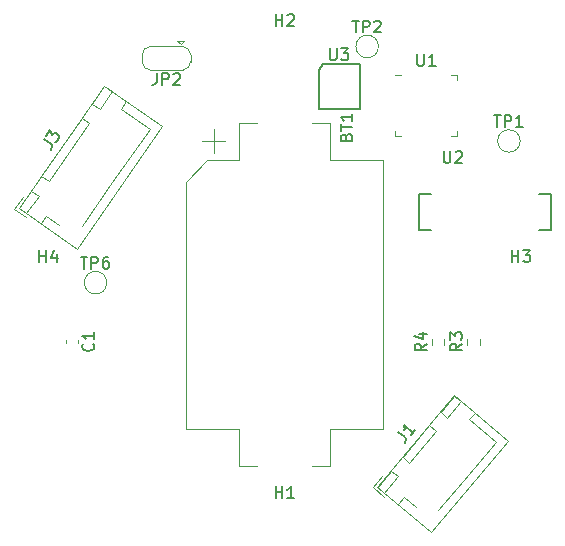
<source format=gbr>
%TF.GenerationSoftware,KiCad,Pcbnew,(6.0.4)*%
%TF.CreationDate,2022-04-19T23:51:48-04:00*%
%TF.ProjectId,Light_Sensor_schematic,4c696768-745f-4536-956e-736f725f7363,rev?*%
%TF.SameCoordinates,Original*%
%TF.FileFunction,Legend,Top*%
%TF.FilePolarity,Positive*%
%FSLAX46Y46*%
G04 Gerber Fmt 4.6, Leading zero omitted, Abs format (unit mm)*
G04 Created by KiCad (PCBNEW (6.0.4)) date 2022-04-19 23:51:48*
%MOMM*%
%LPD*%
G01*
G04 APERTURE LIST*
%ADD10C,0.150000*%
%ADD11C,0.120000*%
G04 APERTURE END LIST*
D10*
%TO.C,BT1*%
X130228571Y-91660714D02*
X130276190Y-91517857D01*
X130323809Y-91470238D01*
X130419047Y-91422619D01*
X130561904Y-91422619D01*
X130657142Y-91470238D01*
X130704761Y-91517857D01*
X130752380Y-91613095D01*
X130752380Y-91994047D01*
X129752380Y-91994047D01*
X129752380Y-91660714D01*
X129800000Y-91565476D01*
X129847619Y-91517857D01*
X129942857Y-91470238D01*
X130038095Y-91470238D01*
X130133333Y-91517857D01*
X130180952Y-91565476D01*
X130228571Y-91660714D01*
X130228571Y-91994047D01*
X129752380Y-91136904D02*
X129752380Y-90565476D01*
X130752380Y-90851190D02*
X129752380Y-90851190D01*
X130752380Y-89708333D02*
X130752380Y-90279761D01*
X130752380Y-89994047D02*
X129752380Y-89994047D01*
X129895238Y-90089285D01*
X129990476Y-90184523D01*
X130038095Y-90279761D01*
%TO.C,C1*%
X108787142Y-109166666D02*
X108834761Y-109214285D01*
X108882380Y-109357142D01*
X108882380Y-109452380D01*
X108834761Y-109595238D01*
X108739523Y-109690476D01*
X108644285Y-109738095D01*
X108453809Y-109785714D01*
X108310952Y-109785714D01*
X108120476Y-109738095D01*
X108025238Y-109690476D01*
X107930000Y-109595238D01*
X107882380Y-109452380D01*
X107882380Y-109357142D01*
X107930000Y-109214285D01*
X107977619Y-109166666D01*
X108882380Y-108214285D02*
X108882380Y-108785714D01*
X108882380Y-108500000D02*
X107882380Y-108500000D01*
X108025238Y-108595238D01*
X108120476Y-108690476D01*
X108168095Y-108785714D01*
%TO.C,H1*%
X124238095Y-122252380D02*
X124238095Y-121252380D01*
X124238095Y-121728571D02*
X124809523Y-121728571D01*
X124809523Y-122252380D02*
X124809523Y-121252380D01*
X125809523Y-122252380D02*
X125238095Y-122252380D01*
X125523809Y-122252380D02*
X125523809Y-121252380D01*
X125428571Y-121395238D01*
X125333333Y-121490476D01*
X125238095Y-121538095D01*
%TO.C,H2*%
X124238095Y-82252380D02*
X124238095Y-81252380D01*
X124238095Y-81728571D02*
X124809523Y-81728571D01*
X124809523Y-82252380D02*
X124809523Y-81252380D01*
X125238095Y-81347619D02*
X125285714Y-81300000D01*
X125380952Y-81252380D01*
X125619047Y-81252380D01*
X125714285Y-81300000D01*
X125761904Y-81347619D01*
X125809523Y-81442857D01*
X125809523Y-81538095D01*
X125761904Y-81680952D01*
X125190476Y-82252380D01*
X125809523Y-82252380D01*
%TO.C,H3*%
X144238095Y-102252380D02*
X144238095Y-101252380D01*
X144238095Y-101728571D02*
X144809523Y-101728571D01*
X144809523Y-102252380D02*
X144809523Y-101252380D01*
X145190476Y-101252380D02*
X145809523Y-101252380D01*
X145476190Y-101633333D01*
X145619047Y-101633333D01*
X145714285Y-101680952D01*
X145761904Y-101728571D01*
X145809523Y-101823809D01*
X145809523Y-102061904D01*
X145761904Y-102157142D01*
X145714285Y-102204761D01*
X145619047Y-102252380D01*
X145333333Y-102252380D01*
X145238095Y-102204761D01*
X145190476Y-102157142D01*
%TO.C,H4*%
X104238095Y-102252380D02*
X104238095Y-101252380D01*
X104238095Y-101728571D02*
X104809523Y-101728571D01*
X104809523Y-102252380D02*
X104809523Y-101252380D01*
X105714285Y-101585714D02*
X105714285Y-102252380D01*
X105476190Y-101204761D02*
X105238095Y-101919047D01*
X105857142Y-101919047D01*
%TO.C,J1*%
X134646778Y-116621449D02*
X135193953Y-117080583D01*
X135272779Y-117208888D01*
X135284518Y-117343063D01*
X135229169Y-117483106D01*
X135167951Y-117556063D01*
X136055610Y-116498192D02*
X135688303Y-116935932D01*
X135871957Y-116717062D02*
X135105912Y-116074274D01*
X135154129Y-116239058D01*
X135165868Y-116373232D01*
X135141129Y-116476798D01*
%TO.C,J3*%
X104603146Y-91850932D02*
X105188255Y-92260629D01*
X105277963Y-92381576D01*
X105301351Y-92514217D01*
X105258419Y-92658552D01*
X105203793Y-92736566D01*
X104821651Y-91538874D02*
X105176723Y-91031780D01*
X105297588Y-91523336D01*
X105379528Y-91406314D01*
X105473161Y-91355613D01*
X105539482Y-91343919D01*
X105644809Y-91359538D01*
X105839846Y-91496104D01*
X105890547Y-91589737D01*
X105902241Y-91656058D01*
X105886622Y-91761385D01*
X105722743Y-91995429D01*
X105629109Y-92046130D01*
X105562789Y-92057824D01*
%TO.C,JP2*%
X114166666Y-86252380D02*
X114166666Y-86966666D01*
X114119047Y-87109523D01*
X114023809Y-87204761D01*
X113880952Y-87252380D01*
X113785714Y-87252380D01*
X114642857Y-87252380D02*
X114642857Y-86252380D01*
X115023809Y-86252380D01*
X115119047Y-86300000D01*
X115166666Y-86347619D01*
X115214285Y-86442857D01*
X115214285Y-86585714D01*
X115166666Y-86680952D01*
X115119047Y-86728571D01*
X115023809Y-86776190D01*
X114642857Y-86776190D01*
X115595238Y-86347619D02*
X115642857Y-86300000D01*
X115738095Y-86252380D01*
X115976190Y-86252380D01*
X116071428Y-86300000D01*
X116119047Y-86347619D01*
X116166666Y-86442857D01*
X116166666Y-86538095D01*
X116119047Y-86680952D01*
X115547619Y-87252380D01*
X116166666Y-87252380D01*
%TO.C,R3*%
X140022380Y-109166666D02*
X139546190Y-109500000D01*
X140022380Y-109738095D02*
X139022380Y-109738095D01*
X139022380Y-109357142D01*
X139070000Y-109261904D01*
X139117619Y-109214285D01*
X139212857Y-109166666D01*
X139355714Y-109166666D01*
X139450952Y-109214285D01*
X139498571Y-109261904D01*
X139546190Y-109357142D01*
X139546190Y-109738095D01*
X139022380Y-108833333D02*
X139022380Y-108214285D01*
X139403333Y-108547619D01*
X139403333Y-108404761D01*
X139450952Y-108309523D01*
X139498571Y-108261904D01*
X139593809Y-108214285D01*
X139831904Y-108214285D01*
X139927142Y-108261904D01*
X139974761Y-108309523D01*
X140022380Y-108404761D01*
X140022380Y-108690476D01*
X139974761Y-108785714D01*
X139927142Y-108833333D01*
%TO.C,R4*%
X137022380Y-109166666D02*
X136546190Y-109500000D01*
X137022380Y-109738095D02*
X136022380Y-109738095D01*
X136022380Y-109357142D01*
X136070000Y-109261904D01*
X136117619Y-109214285D01*
X136212857Y-109166666D01*
X136355714Y-109166666D01*
X136450952Y-109214285D01*
X136498571Y-109261904D01*
X136546190Y-109357142D01*
X136546190Y-109738095D01*
X136355714Y-108309523D02*
X137022380Y-108309523D01*
X135974761Y-108547619D02*
X136689047Y-108785714D01*
X136689047Y-108166666D01*
%TO.C,TP1*%
X142738095Y-89804380D02*
X143309523Y-89804380D01*
X143023809Y-90804380D02*
X143023809Y-89804380D01*
X143642857Y-90804380D02*
X143642857Y-89804380D01*
X144023809Y-89804380D01*
X144119047Y-89852000D01*
X144166666Y-89899619D01*
X144214285Y-89994857D01*
X144214285Y-90137714D01*
X144166666Y-90232952D01*
X144119047Y-90280571D01*
X144023809Y-90328190D01*
X143642857Y-90328190D01*
X145166666Y-90804380D02*
X144595238Y-90804380D01*
X144880952Y-90804380D02*
X144880952Y-89804380D01*
X144785714Y-89947238D01*
X144690476Y-90042476D01*
X144595238Y-90090095D01*
%TO.C,TP2*%
X130738095Y-81804380D02*
X131309523Y-81804380D01*
X131023809Y-82804380D02*
X131023809Y-81804380D01*
X131642857Y-82804380D02*
X131642857Y-81804380D01*
X132023809Y-81804380D01*
X132119047Y-81852000D01*
X132166666Y-81899619D01*
X132214285Y-81994857D01*
X132214285Y-82137714D01*
X132166666Y-82232952D01*
X132119047Y-82280571D01*
X132023809Y-82328190D01*
X131642857Y-82328190D01*
X132595238Y-81899619D02*
X132642857Y-81852000D01*
X132738095Y-81804380D01*
X132976190Y-81804380D01*
X133071428Y-81852000D01*
X133119047Y-81899619D01*
X133166666Y-81994857D01*
X133166666Y-82090095D01*
X133119047Y-82232952D01*
X132547619Y-82804380D01*
X133166666Y-82804380D01*
%TO.C,TP6*%
X107738095Y-101804380D02*
X108309523Y-101804380D01*
X108023809Y-102804380D02*
X108023809Y-101804380D01*
X108642857Y-102804380D02*
X108642857Y-101804380D01*
X109023809Y-101804380D01*
X109119047Y-101852000D01*
X109166666Y-101899619D01*
X109214285Y-101994857D01*
X109214285Y-102137714D01*
X109166666Y-102232952D01*
X109119047Y-102280571D01*
X109023809Y-102328190D01*
X108642857Y-102328190D01*
X110071428Y-101804380D02*
X109880952Y-101804380D01*
X109785714Y-101852000D01*
X109738095Y-101899619D01*
X109642857Y-102042476D01*
X109595238Y-102232952D01*
X109595238Y-102613904D01*
X109642857Y-102709142D01*
X109690476Y-102756761D01*
X109785714Y-102804380D01*
X109976190Y-102804380D01*
X110071428Y-102756761D01*
X110119047Y-102709142D01*
X110166666Y-102613904D01*
X110166666Y-102375809D01*
X110119047Y-102280571D01*
X110071428Y-102232952D01*
X109976190Y-102185333D01*
X109785714Y-102185333D01*
X109690476Y-102232952D01*
X109642857Y-102280571D01*
X109595238Y-102375809D01*
%TO.C,U1*%
X136238095Y-84632380D02*
X136238095Y-85441904D01*
X136285714Y-85537142D01*
X136333333Y-85584761D01*
X136428571Y-85632380D01*
X136619047Y-85632380D01*
X136714285Y-85584761D01*
X136761904Y-85537142D01*
X136809523Y-85441904D01*
X136809523Y-84632380D01*
X137809523Y-85632380D02*
X137238095Y-85632380D01*
X137523809Y-85632380D02*
X137523809Y-84632380D01*
X137428571Y-84775238D01*
X137333333Y-84870476D01*
X137238095Y-84918095D01*
%TO.C,U2*%
X138479655Y-92844820D02*
X138479655Y-93654344D01*
X138527274Y-93749582D01*
X138574893Y-93797201D01*
X138670131Y-93844820D01*
X138860607Y-93844820D01*
X138955845Y-93797201D01*
X139003464Y-93749582D01*
X139051083Y-93654344D01*
X139051083Y-92844820D01*
X139479655Y-92940059D02*
X139527274Y-92892440D01*
X139622512Y-92844820D01*
X139860607Y-92844820D01*
X139955845Y-92892440D01*
X140003464Y-92940059D01*
X140051083Y-93035297D01*
X140051083Y-93130535D01*
X140003464Y-93273392D01*
X139432036Y-93844820D01*
X140051083Y-93844820D01*
%TO.C,U3*%
X128838095Y-84152380D02*
X128838095Y-84961904D01*
X128885714Y-85057142D01*
X128933333Y-85104761D01*
X129028571Y-85152380D01*
X129219047Y-85152380D01*
X129314285Y-85104761D01*
X129361904Y-85057142D01*
X129409523Y-84961904D01*
X129409523Y-84152380D01*
X129790476Y-84152380D02*
X130409523Y-84152380D01*
X130076190Y-84533333D01*
X130219047Y-84533333D01*
X130314285Y-84580952D01*
X130361904Y-84628571D01*
X130409523Y-84723809D01*
X130409523Y-84961904D01*
X130361904Y-85057142D01*
X130314285Y-85104761D01*
X130219047Y-85152380D01*
X129933333Y-85152380D01*
X129838095Y-85104761D01*
X129790476Y-85057142D01*
D11*
%TO.C,BT1*%
X128850000Y-119550000D02*
X127300000Y-119550000D01*
X121150000Y-119550000D02*
X122700000Y-119550000D01*
X133350000Y-116350000D02*
X128850000Y-116350000D01*
X120000000Y-92000000D02*
X118000000Y-92000000D01*
X116650000Y-116350000D02*
X121150000Y-116350000D01*
X116650000Y-95450000D02*
X118450000Y-93650000D01*
X128850000Y-90450000D02*
X127300000Y-90450000D01*
X128850000Y-116350000D02*
X128850000Y-119550000D01*
X133350000Y-93650000D02*
X133350000Y-116350000D01*
X128850000Y-93650000D02*
X128850000Y-90450000D01*
X133350000Y-93650000D02*
X128850000Y-93650000D01*
X116650000Y-116350000D02*
X116650000Y-95450000D01*
X121150000Y-116350000D02*
X121150000Y-119550000D01*
X121150000Y-90450000D02*
X122700000Y-90450000D01*
X119000000Y-93000000D02*
X119000000Y-91000000D01*
X118450000Y-93650000D02*
X121150000Y-93650000D01*
X121150000Y-93650000D02*
X121150000Y-90450000D01*
%TO.C,C1*%
X106490000Y-108853733D02*
X106490000Y-109146267D01*
X107510000Y-108853733D02*
X107510000Y-109146267D01*
%TO.C,J1*%
X132863025Y-121294927D02*
X137436311Y-125132369D01*
X140610778Y-115577451D02*
X142870609Y-117473675D01*
X141092869Y-115002918D02*
X140610778Y-115577451D01*
X140106622Y-120767666D02*
X138023990Y-123249650D01*
X134034131Y-119914815D02*
X132877114Y-121293695D01*
X139368036Y-113542557D02*
X132863025Y-121294927D01*
X137248069Y-116084592D02*
X134998313Y-118765748D01*
X137436311Y-125132369D02*
X143941321Y-117380000D01*
X138786784Y-115417617D02*
X139943802Y-114038737D01*
X138212251Y-114935526D02*
X138786784Y-115417617D01*
X137822603Y-116566683D02*
X137248069Y-116084592D01*
X134608665Y-120396905D02*
X134034131Y-119914815D01*
X133257949Y-120373116D02*
X132454464Y-121330672D01*
X139369269Y-113556646D02*
X138212251Y-114935526D01*
X143941321Y-117380000D02*
X139368036Y-113542557D01*
X139943802Y-114038737D02*
X139369269Y-113556646D01*
X135572846Y-119247839D02*
X137822603Y-116566683D01*
X134600714Y-122739967D02*
X135082804Y-122165433D01*
X133451647Y-121775785D02*
X134608665Y-120396905D01*
X132454464Y-121330672D02*
X133412020Y-122134156D01*
X135082804Y-122165433D02*
X136109304Y-123026769D01*
X132877114Y-121293695D02*
X133451647Y-121775785D01*
X142870609Y-117473675D02*
X140106622Y-120767666D01*
X134998313Y-118765748D02*
X135572846Y-119247839D01*
%TO.C,J3*%
X110403580Y-95505515D02*
X107828222Y-99183508D01*
X103144822Y-98113758D02*
X104177259Y-96639284D01*
X114645403Y-90772584D02*
X109755065Y-87348332D01*
X109339447Y-89266916D02*
X110371885Y-87792442D01*
X110371885Y-87792442D02*
X109757521Y-87362260D01*
X102829610Y-96733308D02*
X102112639Y-97757248D01*
X104373550Y-98974122D02*
X104803732Y-98359758D01*
X102516530Y-97686031D02*
X107406868Y-101110283D01*
X113586929Y-90959221D02*
X110403580Y-95505515D01*
X111600613Y-88652807D02*
X111170430Y-89267171D01*
X102530458Y-97683575D02*
X103144822Y-98113758D01*
X108479082Y-90495644D02*
X107864718Y-90065461D01*
X107406868Y-101110283D02*
X114645403Y-90772584D01*
X109755065Y-87348332D02*
X102516530Y-97686031D01*
X102112639Y-97757248D02*
X103136579Y-98474219D01*
X103562895Y-96209102D02*
X102530458Y-97683575D01*
X111170430Y-89267171D02*
X113586929Y-90959221D01*
X108725083Y-88836733D02*
X109339447Y-89266916D01*
X109757521Y-87362260D02*
X108725083Y-88836733D01*
X104803732Y-98359758D02*
X105901396Y-99128351D01*
X104423260Y-94980374D02*
X105037624Y-95410556D01*
X105037624Y-95410556D02*
X108479082Y-90495644D01*
X104177259Y-96639284D02*
X103562895Y-96209102D01*
X107864718Y-90065461D02*
X104423260Y-94980374D01*
%TO.C,JP2*%
X117050000Y-84700000D02*
X117050000Y-85300000D01*
X112950000Y-85300000D02*
X112950000Y-84700000D01*
X116500000Y-83500000D02*
X115900000Y-83500000D01*
X116200000Y-83800000D02*
X116500000Y-83500000D01*
X116200000Y-83800000D02*
X115900000Y-83500000D01*
X113600000Y-84000000D02*
X116400000Y-84000000D01*
X116400000Y-86000000D02*
X113600000Y-86000000D01*
X113650000Y-84000000D02*
G75*
G03*
X112950000Y-84700000I0J-700000D01*
G01*
X116350000Y-86000000D02*
G75*
G03*
X117050000Y-85300000I1J699999D01*
G01*
X112950000Y-85300000D02*
G75*
G03*
X113650000Y-86000000I700000J0D01*
G01*
X117050000Y-84700000D02*
G75*
G03*
X116350000Y-84000000I-699999J1D01*
G01*
%TO.C,R3*%
X141522500Y-109254724D02*
X141522500Y-108745276D01*
X140477500Y-109254724D02*
X140477500Y-108745276D01*
%TO.C,R4*%
X137477500Y-109254724D02*
X137477500Y-108745276D01*
X138522500Y-109254724D02*
X138522500Y-108745276D01*
%TO.C,TP1*%
X144950000Y-92000000D02*
G75*
G03*
X144950000Y-92000000I-950000J0D01*
G01*
%TO.C,TP2*%
X132950000Y-84000000D02*
G75*
G03*
X132950000Y-84000000I-950000J0D01*
G01*
%TO.C,TP6*%
X109950000Y-104000000D02*
G75*
G03*
X109950000Y-104000000I-950000J0D01*
G01*
%TO.C,U1*%
X139610000Y-86390000D02*
X139610000Y-86865000D01*
X139610000Y-91610000D02*
X139610000Y-91135000D01*
X139135000Y-86390000D02*
X139610000Y-86390000D01*
X134865000Y-86390000D02*
X134390000Y-86390000D01*
X134390000Y-91610000D02*
X134390000Y-91135000D01*
X134865000Y-91610000D02*
X134390000Y-91610000D01*
X139135000Y-91610000D02*
X139610000Y-91610000D01*
D10*
%TO.C,U2*%
X146572000Y-96476000D02*
X147588000Y-96476000D01*
X136412000Y-99524000D02*
X137428000Y-99524000D01*
X147588000Y-96476000D02*
X147588000Y-99524000D01*
X137428000Y-96476000D02*
X136412000Y-96476000D01*
X136412000Y-96476000D02*
X136412000Y-99524000D01*
X147588000Y-99524000D02*
X146572000Y-99524000D01*
%TO.C,U3*%
X127900000Y-89300000D02*
X127900000Y-86000000D01*
X128300000Y-85500000D02*
X131400000Y-85500000D01*
X127900000Y-86000000D02*
X128300000Y-85500000D01*
X131400000Y-89300000D02*
X127900000Y-89300000D01*
X131400000Y-85500000D02*
X131400000Y-89300000D01*
%TD*%
M02*

</source>
